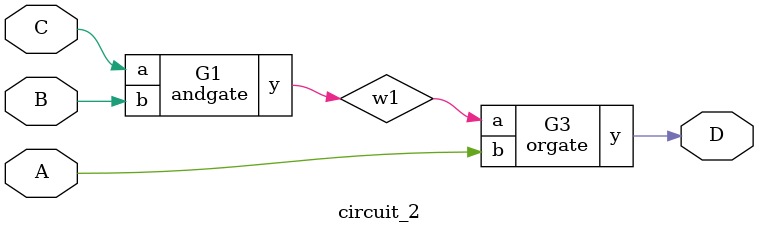
<source format=v>
module andgate(y, a, b);
    input a, b;
    output y;
    assign y = a & b;
endmodule

module orgate(y, a, b);
    input a, b;
    output y;
    assign y = a | b;
endmodule

module circuit_2(A, B, C, D);
    input A, B, C;
    output D;
    wire w1;

    andgate G1(.y(w1), .a(C), .b(B));
    orgate G3(.y(D), .a(w1), .b(A));
endmodule

</source>
